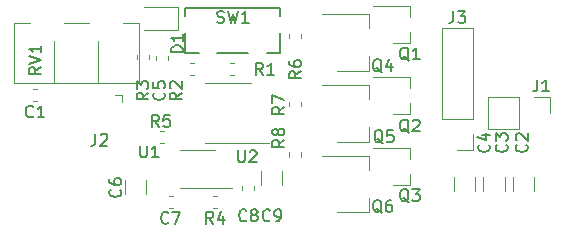
<source format=gbr>
G04 #@! TF.GenerationSoftware,KiCad,Pcbnew,5.1.5+dfsg1-2build2*
G04 #@! TF.CreationDate,2022-02-26T18:56:12+01:00*
G04 #@! TF.ProjectId,RGB_strip_driver,5247425f-7374-4726-9970-5f6472697665,rev?*
G04 #@! TF.SameCoordinates,Original*
G04 #@! TF.FileFunction,Legend,Top*
G04 #@! TF.FilePolarity,Positive*
%FSLAX46Y46*%
G04 Gerber Fmt 4.6, Leading zero omitted, Abs format (unit mm)*
G04 Created by KiCad (PCBNEW 5.1.5+dfsg1-2build2) date 2022-02-26 18:56:12*
%MOMM*%
%LPD*%
G04 APERTURE LIST*
%ADD10C,0.120000*%
%ADD11C,0.152400*%
%ADD12C,0.150000*%
G04 APERTURE END LIST*
D10*
X108120000Y-127920000D02*
X104380000Y-127920000D01*
X107324000Y-122879000D02*
X105175000Y-122879000D01*
X104380000Y-124381000D02*
X104380000Y-127920000D01*
X108120000Y-124381000D02*
X108120000Y-127920000D01*
X107324000Y-122879000D02*
X105175000Y-122879000D01*
X111521000Y-122879000D02*
X110176000Y-122879000D01*
X102325000Y-122879000D02*
X100980000Y-122879000D01*
X111521000Y-127920000D02*
X100980000Y-127920000D01*
X100980000Y-122879000D02*
X100980000Y-127920000D01*
X111521000Y-122879000D02*
X111521000Y-127920000D01*
X102921267Y-128490000D02*
X102578733Y-128490000D01*
X102921267Y-129510000D02*
X102578733Y-129510000D01*
D11*
X115474100Y-123731140D02*
X115474100Y-125379600D01*
X123525900Y-122278260D02*
X123525900Y-121620400D01*
X118181740Y-125379600D02*
X120818260Y-125379600D01*
X122372740Y-125379600D02*
X123525900Y-125379600D01*
X123525900Y-125379600D02*
X123525900Y-123731140D01*
X115474100Y-125379600D02*
X116627260Y-125379600D01*
X115474100Y-121620400D02*
X115474100Y-122278260D01*
X123525900Y-121620400D02*
X115474100Y-121620400D01*
D10*
X125260000Y-134171267D02*
X125260000Y-133828733D01*
X124240000Y-134171267D02*
X124240000Y-133828733D01*
X124240000Y-129578733D02*
X124240000Y-129921267D01*
X125260000Y-129578733D02*
X125260000Y-129921267D01*
X124240000Y-123828733D02*
X124240000Y-124171267D01*
X125260000Y-123828733D02*
X125260000Y-124171267D01*
X113671267Y-133010000D02*
X113328733Y-133010000D01*
X113671267Y-131990000D02*
X113328733Y-131990000D01*
X117828733Y-138510000D02*
X118171267Y-138510000D01*
X117828733Y-137490000D02*
X118171267Y-137490000D01*
X111390000Y-125578733D02*
X111390000Y-125921267D01*
X112410000Y-125578733D02*
X112410000Y-125921267D01*
X116171267Y-126240000D02*
X115828733Y-126240000D01*
X116171267Y-127260000D02*
X115828733Y-127260000D01*
X119228733Y-127260000D02*
X119571267Y-127260000D01*
X119228733Y-126240000D02*
X119571267Y-126240000D01*
X120240000Y-136628733D02*
X120240000Y-136971267D01*
X121260000Y-136628733D02*
X121260000Y-136971267D01*
X114421267Y-137490000D02*
X114078733Y-137490000D01*
X114421267Y-138510000D02*
X114078733Y-138510000D01*
X114010000Y-125971267D02*
X114010000Y-125628733D01*
X112990000Y-125971267D02*
X112990000Y-125628733D01*
X119100000Y-133060000D02*
X122550000Y-133060000D01*
X119100000Y-133060000D02*
X117150000Y-133060000D01*
X119100000Y-127940000D02*
X121050000Y-127940000D01*
X119100000Y-127940000D02*
X117150000Y-127940000D01*
X116500000Y-136860000D02*
X119425000Y-136860000D01*
X116500000Y-136860000D02*
X115000000Y-136860000D01*
X116500000Y-133640000D02*
X118000000Y-133640000D01*
X116500000Y-133640000D02*
X115000000Y-133640000D01*
X131030000Y-134100000D02*
X131030000Y-135300000D01*
X127030000Y-134100000D02*
X131030000Y-134100000D01*
X131030000Y-138900000D02*
X128330000Y-138900000D01*
X131030000Y-137700000D02*
X131030000Y-138900000D01*
X131050000Y-128100000D02*
X131050000Y-129300000D01*
X127050000Y-128100000D02*
X131050000Y-128100000D01*
X131050000Y-132900000D02*
X128350000Y-132900000D01*
X131050000Y-131700000D02*
X131050000Y-132900000D01*
X131030000Y-122100000D02*
X131030000Y-123300000D01*
X127030000Y-122100000D02*
X131030000Y-122100000D01*
X131030000Y-126900000D02*
X128330000Y-126900000D01*
X131030000Y-125700000D02*
X131030000Y-126900000D01*
X134510000Y-136580000D02*
X133050000Y-136580000D01*
X134510000Y-133420000D02*
X131350000Y-133420000D01*
X134510000Y-133420000D02*
X134510000Y-134350000D01*
X134510000Y-136580000D02*
X134510000Y-135650000D01*
X134510000Y-130580000D02*
X133050000Y-130580000D01*
X134510000Y-127420000D02*
X131350000Y-127420000D01*
X134510000Y-127420000D02*
X134510000Y-128350000D01*
X134510000Y-130580000D02*
X134510000Y-129650000D01*
X134510000Y-124580000D02*
X133050000Y-124580000D01*
X134510000Y-121420000D02*
X131350000Y-121420000D01*
X134510000Y-121420000D02*
X134510000Y-122350000D01*
X134510000Y-124580000D02*
X134510000Y-123650000D01*
X139830000Y-133580000D02*
X138500000Y-133580000D01*
X139830000Y-132250000D02*
X139830000Y-133580000D01*
X139830000Y-130980000D02*
X137170000Y-130980000D01*
X137170000Y-130980000D02*
X137170000Y-123300000D01*
X139830000Y-130980000D02*
X139830000Y-123300000D01*
X139830000Y-123300000D02*
X137170000Y-123300000D01*
X109500000Y-128930000D02*
X110135000Y-128930000D01*
X110135000Y-128930000D02*
X110135000Y-129565000D01*
X146330000Y-129170000D02*
X146330000Y-130500000D01*
X145000000Y-129170000D02*
X146330000Y-129170000D01*
X143730000Y-129170000D02*
X143730000Y-131830000D01*
X143730000Y-131830000D02*
X141130000Y-131830000D01*
X143730000Y-129170000D02*
X141130000Y-129170000D01*
X141130000Y-129170000D02*
X141130000Y-131830000D01*
X114860000Y-121540000D02*
X112000000Y-121540000D01*
X114860000Y-123460000D02*
X114860000Y-121540000D01*
X112000000Y-123460000D02*
X114860000Y-123460000D01*
X121840000Y-135397936D02*
X121840000Y-136602064D01*
X123660000Y-135397936D02*
X123660000Y-136602064D01*
X110340000Y-136147936D02*
X110340000Y-137352064D01*
X112160000Y-136147936D02*
X112160000Y-137352064D01*
X140690000Y-135910436D02*
X140690000Y-137114564D01*
X142510000Y-135910436D02*
X142510000Y-137114564D01*
X138190000Y-135897936D02*
X138190000Y-137102064D01*
X140010000Y-135897936D02*
X140010000Y-137102064D01*
X143190000Y-135897936D02*
X143190000Y-137102064D01*
X145010000Y-135897936D02*
X145010000Y-137102064D01*
D12*
X103252380Y-126595238D02*
X102776190Y-126928571D01*
X103252380Y-127166666D02*
X102252380Y-127166666D01*
X102252380Y-126785714D01*
X102300000Y-126690476D01*
X102347619Y-126642857D01*
X102442857Y-126595238D01*
X102585714Y-126595238D01*
X102680952Y-126642857D01*
X102728571Y-126690476D01*
X102776190Y-126785714D01*
X102776190Y-127166666D01*
X102252380Y-126309523D02*
X103252380Y-125976190D01*
X102252380Y-125642857D01*
X103252380Y-124785714D02*
X103252380Y-125357142D01*
X103252380Y-125071428D02*
X102252380Y-125071428D01*
X102395238Y-125166666D01*
X102490476Y-125261904D01*
X102538095Y-125357142D01*
X102583333Y-130757142D02*
X102535714Y-130804761D01*
X102392857Y-130852380D01*
X102297619Y-130852380D01*
X102154761Y-130804761D01*
X102059523Y-130709523D01*
X102011904Y-130614285D01*
X101964285Y-130423809D01*
X101964285Y-130280952D01*
X102011904Y-130090476D01*
X102059523Y-129995238D01*
X102154761Y-129900000D01*
X102297619Y-129852380D01*
X102392857Y-129852380D01*
X102535714Y-129900000D01*
X102583333Y-129947619D01*
X103535714Y-130852380D02*
X102964285Y-130852380D01*
X103250000Y-130852380D02*
X103250000Y-129852380D01*
X103154761Y-129995238D01*
X103059523Y-130090476D01*
X102964285Y-130138095D01*
X118166666Y-122804761D02*
X118309523Y-122852380D01*
X118547619Y-122852380D01*
X118642857Y-122804761D01*
X118690476Y-122757142D01*
X118738095Y-122661904D01*
X118738095Y-122566666D01*
X118690476Y-122471428D01*
X118642857Y-122423809D01*
X118547619Y-122376190D01*
X118357142Y-122328571D01*
X118261904Y-122280952D01*
X118214285Y-122233333D01*
X118166666Y-122138095D01*
X118166666Y-122042857D01*
X118214285Y-121947619D01*
X118261904Y-121900000D01*
X118357142Y-121852380D01*
X118595238Y-121852380D01*
X118738095Y-121900000D01*
X119071428Y-121852380D02*
X119309523Y-122852380D01*
X119500000Y-122138095D01*
X119690476Y-122852380D01*
X119928571Y-121852380D01*
X120833333Y-122852380D02*
X120261904Y-122852380D01*
X120547619Y-122852380D02*
X120547619Y-121852380D01*
X120452380Y-121995238D01*
X120357142Y-122090476D01*
X120261904Y-122138095D01*
X123852380Y-132766666D02*
X123376190Y-133100000D01*
X123852380Y-133338095D02*
X122852380Y-133338095D01*
X122852380Y-132957142D01*
X122900000Y-132861904D01*
X122947619Y-132814285D01*
X123042857Y-132766666D01*
X123185714Y-132766666D01*
X123280952Y-132814285D01*
X123328571Y-132861904D01*
X123376190Y-132957142D01*
X123376190Y-133338095D01*
X123280952Y-132195238D02*
X123233333Y-132290476D01*
X123185714Y-132338095D01*
X123090476Y-132385714D01*
X123042857Y-132385714D01*
X122947619Y-132338095D01*
X122900000Y-132290476D01*
X122852380Y-132195238D01*
X122852380Y-132004761D01*
X122900000Y-131909523D01*
X122947619Y-131861904D01*
X123042857Y-131814285D01*
X123090476Y-131814285D01*
X123185714Y-131861904D01*
X123233333Y-131909523D01*
X123280952Y-132004761D01*
X123280952Y-132195238D01*
X123328571Y-132290476D01*
X123376190Y-132338095D01*
X123471428Y-132385714D01*
X123661904Y-132385714D01*
X123757142Y-132338095D01*
X123804761Y-132290476D01*
X123852380Y-132195238D01*
X123852380Y-132004761D01*
X123804761Y-131909523D01*
X123757142Y-131861904D01*
X123661904Y-131814285D01*
X123471428Y-131814285D01*
X123376190Y-131861904D01*
X123328571Y-131909523D01*
X123280952Y-132004761D01*
X123852380Y-129966666D02*
X123376190Y-130300000D01*
X123852380Y-130538095D02*
X122852380Y-130538095D01*
X122852380Y-130157142D01*
X122900000Y-130061904D01*
X122947619Y-130014285D01*
X123042857Y-129966666D01*
X123185714Y-129966666D01*
X123280952Y-130014285D01*
X123328571Y-130061904D01*
X123376190Y-130157142D01*
X123376190Y-130538095D01*
X122852380Y-129633333D02*
X122852380Y-128966666D01*
X123852380Y-129395238D01*
X125252380Y-126966666D02*
X124776190Y-127300000D01*
X125252380Y-127538095D02*
X124252380Y-127538095D01*
X124252380Y-127157142D01*
X124300000Y-127061904D01*
X124347619Y-127014285D01*
X124442857Y-126966666D01*
X124585714Y-126966666D01*
X124680952Y-127014285D01*
X124728571Y-127061904D01*
X124776190Y-127157142D01*
X124776190Y-127538095D01*
X124252380Y-126109523D02*
X124252380Y-126300000D01*
X124300000Y-126395238D01*
X124347619Y-126442857D01*
X124490476Y-126538095D01*
X124680952Y-126585714D01*
X125061904Y-126585714D01*
X125157142Y-126538095D01*
X125204761Y-126490476D01*
X125252380Y-126395238D01*
X125252380Y-126204761D01*
X125204761Y-126109523D01*
X125157142Y-126061904D01*
X125061904Y-126014285D01*
X124823809Y-126014285D01*
X124728571Y-126061904D01*
X124680952Y-126109523D01*
X124633333Y-126204761D01*
X124633333Y-126395238D01*
X124680952Y-126490476D01*
X124728571Y-126538095D01*
X124823809Y-126585714D01*
X113233333Y-131652380D02*
X112900000Y-131176190D01*
X112661904Y-131652380D02*
X112661904Y-130652380D01*
X113042857Y-130652380D01*
X113138095Y-130700000D01*
X113185714Y-130747619D01*
X113233333Y-130842857D01*
X113233333Y-130985714D01*
X113185714Y-131080952D01*
X113138095Y-131128571D01*
X113042857Y-131176190D01*
X112661904Y-131176190D01*
X114138095Y-130652380D02*
X113661904Y-130652380D01*
X113614285Y-131128571D01*
X113661904Y-131080952D01*
X113757142Y-131033333D01*
X113995238Y-131033333D01*
X114090476Y-131080952D01*
X114138095Y-131128571D01*
X114185714Y-131223809D01*
X114185714Y-131461904D01*
X114138095Y-131557142D01*
X114090476Y-131604761D01*
X113995238Y-131652380D01*
X113757142Y-131652380D01*
X113661904Y-131604761D01*
X113614285Y-131557142D01*
X117833333Y-139852380D02*
X117500000Y-139376190D01*
X117261904Y-139852380D02*
X117261904Y-138852380D01*
X117642857Y-138852380D01*
X117738095Y-138900000D01*
X117785714Y-138947619D01*
X117833333Y-139042857D01*
X117833333Y-139185714D01*
X117785714Y-139280952D01*
X117738095Y-139328571D01*
X117642857Y-139376190D01*
X117261904Y-139376190D01*
X118690476Y-139185714D02*
X118690476Y-139852380D01*
X118452380Y-138804761D02*
X118214285Y-139519047D01*
X118833333Y-139519047D01*
X112352380Y-128766666D02*
X111876190Y-129100000D01*
X112352380Y-129338095D02*
X111352380Y-129338095D01*
X111352380Y-128957142D01*
X111400000Y-128861904D01*
X111447619Y-128814285D01*
X111542857Y-128766666D01*
X111685714Y-128766666D01*
X111780952Y-128814285D01*
X111828571Y-128861904D01*
X111876190Y-128957142D01*
X111876190Y-129338095D01*
X111352380Y-128433333D02*
X111352380Y-127814285D01*
X111733333Y-128147619D01*
X111733333Y-128004761D01*
X111780952Y-127909523D01*
X111828571Y-127861904D01*
X111923809Y-127814285D01*
X112161904Y-127814285D01*
X112257142Y-127861904D01*
X112304761Y-127909523D01*
X112352380Y-128004761D01*
X112352380Y-128290476D01*
X112304761Y-128385714D01*
X112257142Y-128433333D01*
X115152380Y-128766666D02*
X114676190Y-129100000D01*
X115152380Y-129338095D02*
X114152380Y-129338095D01*
X114152380Y-128957142D01*
X114200000Y-128861904D01*
X114247619Y-128814285D01*
X114342857Y-128766666D01*
X114485714Y-128766666D01*
X114580952Y-128814285D01*
X114628571Y-128861904D01*
X114676190Y-128957142D01*
X114676190Y-129338095D01*
X114247619Y-128385714D02*
X114200000Y-128338095D01*
X114152380Y-128242857D01*
X114152380Y-128004761D01*
X114200000Y-127909523D01*
X114247619Y-127861904D01*
X114342857Y-127814285D01*
X114438095Y-127814285D01*
X114580952Y-127861904D01*
X115152380Y-128433333D01*
X115152380Y-127814285D01*
X122033333Y-127252380D02*
X121700000Y-126776190D01*
X121461904Y-127252380D02*
X121461904Y-126252380D01*
X121842857Y-126252380D01*
X121938095Y-126300000D01*
X121985714Y-126347619D01*
X122033333Y-126442857D01*
X122033333Y-126585714D01*
X121985714Y-126680952D01*
X121938095Y-126728571D01*
X121842857Y-126776190D01*
X121461904Y-126776190D01*
X122985714Y-127252380D02*
X122414285Y-127252380D01*
X122700000Y-127252380D02*
X122700000Y-126252380D01*
X122604761Y-126395238D01*
X122509523Y-126490476D01*
X122414285Y-126538095D01*
X120633333Y-139557142D02*
X120585714Y-139604761D01*
X120442857Y-139652380D01*
X120347619Y-139652380D01*
X120204761Y-139604761D01*
X120109523Y-139509523D01*
X120061904Y-139414285D01*
X120014285Y-139223809D01*
X120014285Y-139080952D01*
X120061904Y-138890476D01*
X120109523Y-138795238D01*
X120204761Y-138700000D01*
X120347619Y-138652380D01*
X120442857Y-138652380D01*
X120585714Y-138700000D01*
X120633333Y-138747619D01*
X121204761Y-139080952D02*
X121109523Y-139033333D01*
X121061904Y-138985714D01*
X121014285Y-138890476D01*
X121014285Y-138842857D01*
X121061904Y-138747619D01*
X121109523Y-138700000D01*
X121204761Y-138652380D01*
X121395238Y-138652380D01*
X121490476Y-138700000D01*
X121538095Y-138747619D01*
X121585714Y-138842857D01*
X121585714Y-138890476D01*
X121538095Y-138985714D01*
X121490476Y-139033333D01*
X121395238Y-139080952D01*
X121204761Y-139080952D01*
X121109523Y-139128571D01*
X121061904Y-139176190D01*
X121014285Y-139271428D01*
X121014285Y-139461904D01*
X121061904Y-139557142D01*
X121109523Y-139604761D01*
X121204761Y-139652380D01*
X121395238Y-139652380D01*
X121490476Y-139604761D01*
X121538095Y-139557142D01*
X121585714Y-139461904D01*
X121585714Y-139271428D01*
X121538095Y-139176190D01*
X121490476Y-139128571D01*
X121395238Y-139080952D01*
X114033333Y-139757142D02*
X113985714Y-139804761D01*
X113842857Y-139852380D01*
X113747619Y-139852380D01*
X113604761Y-139804761D01*
X113509523Y-139709523D01*
X113461904Y-139614285D01*
X113414285Y-139423809D01*
X113414285Y-139280952D01*
X113461904Y-139090476D01*
X113509523Y-138995238D01*
X113604761Y-138900000D01*
X113747619Y-138852380D01*
X113842857Y-138852380D01*
X113985714Y-138900000D01*
X114033333Y-138947619D01*
X114366666Y-138852380D02*
X115033333Y-138852380D01*
X114604761Y-139852380D01*
X113657142Y-128766666D02*
X113704761Y-128814285D01*
X113752380Y-128957142D01*
X113752380Y-129052380D01*
X113704761Y-129195238D01*
X113609523Y-129290476D01*
X113514285Y-129338095D01*
X113323809Y-129385714D01*
X113180952Y-129385714D01*
X112990476Y-129338095D01*
X112895238Y-129290476D01*
X112800000Y-129195238D01*
X112752380Y-129052380D01*
X112752380Y-128957142D01*
X112800000Y-128814285D01*
X112847619Y-128766666D01*
X112752380Y-127861904D02*
X112752380Y-128338095D01*
X113228571Y-128385714D01*
X113180952Y-128338095D01*
X113133333Y-128242857D01*
X113133333Y-128004761D01*
X113180952Y-127909523D01*
X113228571Y-127861904D01*
X113323809Y-127814285D01*
X113561904Y-127814285D01*
X113657142Y-127861904D01*
X113704761Y-127909523D01*
X113752380Y-128004761D01*
X113752380Y-128242857D01*
X113704761Y-128338095D01*
X113657142Y-128385714D01*
X119938095Y-133652380D02*
X119938095Y-134461904D01*
X119985714Y-134557142D01*
X120033333Y-134604761D01*
X120128571Y-134652380D01*
X120319047Y-134652380D01*
X120414285Y-134604761D01*
X120461904Y-134557142D01*
X120509523Y-134461904D01*
X120509523Y-133652380D01*
X120938095Y-133747619D02*
X120985714Y-133700000D01*
X121080952Y-133652380D01*
X121319047Y-133652380D01*
X121414285Y-133700000D01*
X121461904Y-133747619D01*
X121509523Y-133842857D01*
X121509523Y-133938095D01*
X121461904Y-134080952D01*
X120890476Y-134652380D01*
X121509523Y-134652380D01*
X111638095Y-133252380D02*
X111638095Y-134061904D01*
X111685714Y-134157142D01*
X111733333Y-134204761D01*
X111828571Y-134252380D01*
X112019047Y-134252380D01*
X112114285Y-134204761D01*
X112161904Y-134157142D01*
X112209523Y-134061904D01*
X112209523Y-133252380D01*
X113209523Y-134252380D02*
X112638095Y-134252380D01*
X112923809Y-134252380D02*
X112923809Y-133252380D01*
X112828571Y-133395238D01*
X112733333Y-133490476D01*
X112638095Y-133538095D01*
X132104761Y-138947619D02*
X132009523Y-138900000D01*
X131914285Y-138804761D01*
X131771428Y-138661904D01*
X131676190Y-138614285D01*
X131580952Y-138614285D01*
X131628571Y-138852380D02*
X131533333Y-138804761D01*
X131438095Y-138709523D01*
X131390476Y-138519047D01*
X131390476Y-138185714D01*
X131438095Y-137995238D01*
X131533333Y-137900000D01*
X131628571Y-137852380D01*
X131819047Y-137852380D01*
X131914285Y-137900000D01*
X132009523Y-137995238D01*
X132057142Y-138185714D01*
X132057142Y-138519047D01*
X132009523Y-138709523D01*
X131914285Y-138804761D01*
X131819047Y-138852380D01*
X131628571Y-138852380D01*
X132914285Y-137852380D02*
X132723809Y-137852380D01*
X132628571Y-137900000D01*
X132580952Y-137947619D01*
X132485714Y-138090476D01*
X132438095Y-138280952D01*
X132438095Y-138661904D01*
X132485714Y-138757142D01*
X132533333Y-138804761D01*
X132628571Y-138852380D01*
X132819047Y-138852380D01*
X132914285Y-138804761D01*
X132961904Y-138757142D01*
X133009523Y-138661904D01*
X133009523Y-138423809D01*
X132961904Y-138328571D01*
X132914285Y-138280952D01*
X132819047Y-138233333D01*
X132628571Y-138233333D01*
X132533333Y-138280952D01*
X132485714Y-138328571D01*
X132438095Y-138423809D01*
X132204761Y-133047619D02*
X132109523Y-133000000D01*
X132014285Y-132904761D01*
X131871428Y-132761904D01*
X131776190Y-132714285D01*
X131680952Y-132714285D01*
X131728571Y-132952380D02*
X131633333Y-132904761D01*
X131538095Y-132809523D01*
X131490476Y-132619047D01*
X131490476Y-132285714D01*
X131538095Y-132095238D01*
X131633333Y-132000000D01*
X131728571Y-131952380D01*
X131919047Y-131952380D01*
X132014285Y-132000000D01*
X132109523Y-132095238D01*
X132157142Y-132285714D01*
X132157142Y-132619047D01*
X132109523Y-132809523D01*
X132014285Y-132904761D01*
X131919047Y-132952380D01*
X131728571Y-132952380D01*
X133061904Y-131952380D02*
X132585714Y-131952380D01*
X132538095Y-132428571D01*
X132585714Y-132380952D01*
X132680952Y-132333333D01*
X132919047Y-132333333D01*
X133014285Y-132380952D01*
X133061904Y-132428571D01*
X133109523Y-132523809D01*
X133109523Y-132761904D01*
X133061904Y-132857142D01*
X133014285Y-132904761D01*
X132919047Y-132952380D01*
X132680952Y-132952380D01*
X132585714Y-132904761D01*
X132538095Y-132857142D01*
X132104761Y-127047619D02*
X132009523Y-127000000D01*
X131914285Y-126904761D01*
X131771428Y-126761904D01*
X131676190Y-126714285D01*
X131580952Y-126714285D01*
X131628571Y-126952380D02*
X131533333Y-126904761D01*
X131438095Y-126809523D01*
X131390476Y-126619047D01*
X131390476Y-126285714D01*
X131438095Y-126095238D01*
X131533333Y-126000000D01*
X131628571Y-125952380D01*
X131819047Y-125952380D01*
X131914285Y-126000000D01*
X132009523Y-126095238D01*
X132057142Y-126285714D01*
X132057142Y-126619047D01*
X132009523Y-126809523D01*
X131914285Y-126904761D01*
X131819047Y-126952380D01*
X131628571Y-126952380D01*
X132914285Y-126285714D02*
X132914285Y-126952380D01*
X132676190Y-125904761D02*
X132438095Y-126619047D01*
X133057142Y-126619047D01*
X134404761Y-138047619D02*
X134309523Y-138000000D01*
X134214285Y-137904761D01*
X134071428Y-137761904D01*
X133976190Y-137714285D01*
X133880952Y-137714285D01*
X133928571Y-137952380D02*
X133833333Y-137904761D01*
X133738095Y-137809523D01*
X133690476Y-137619047D01*
X133690476Y-137285714D01*
X133738095Y-137095238D01*
X133833333Y-137000000D01*
X133928571Y-136952380D01*
X134119047Y-136952380D01*
X134214285Y-137000000D01*
X134309523Y-137095238D01*
X134357142Y-137285714D01*
X134357142Y-137619047D01*
X134309523Y-137809523D01*
X134214285Y-137904761D01*
X134119047Y-137952380D01*
X133928571Y-137952380D01*
X134690476Y-136952380D02*
X135309523Y-136952380D01*
X134976190Y-137333333D01*
X135119047Y-137333333D01*
X135214285Y-137380952D01*
X135261904Y-137428571D01*
X135309523Y-137523809D01*
X135309523Y-137761904D01*
X135261904Y-137857142D01*
X135214285Y-137904761D01*
X135119047Y-137952380D01*
X134833333Y-137952380D01*
X134738095Y-137904761D01*
X134690476Y-137857142D01*
X134404761Y-132147619D02*
X134309523Y-132100000D01*
X134214285Y-132004761D01*
X134071428Y-131861904D01*
X133976190Y-131814285D01*
X133880952Y-131814285D01*
X133928571Y-132052380D02*
X133833333Y-132004761D01*
X133738095Y-131909523D01*
X133690476Y-131719047D01*
X133690476Y-131385714D01*
X133738095Y-131195238D01*
X133833333Y-131100000D01*
X133928571Y-131052380D01*
X134119047Y-131052380D01*
X134214285Y-131100000D01*
X134309523Y-131195238D01*
X134357142Y-131385714D01*
X134357142Y-131719047D01*
X134309523Y-131909523D01*
X134214285Y-132004761D01*
X134119047Y-132052380D01*
X133928571Y-132052380D01*
X134738095Y-131147619D02*
X134785714Y-131100000D01*
X134880952Y-131052380D01*
X135119047Y-131052380D01*
X135214285Y-131100000D01*
X135261904Y-131147619D01*
X135309523Y-131242857D01*
X135309523Y-131338095D01*
X135261904Y-131480952D01*
X134690476Y-132052380D01*
X135309523Y-132052380D01*
X134404761Y-126047619D02*
X134309523Y-126000000D01*
X134214285Y-125904761D01*
X134071428Y-125761904D01*
X133976190Y-125714285D01*
X133880952Y-125714285D01*
X133928571Y-125952380D02*
X133833333Y-125904761D01*
X133738095Y-125809523D01*
X133690476Y-125619047D01*
X133690476Y-125285714D01*
X133738095Y-125095238D01*
X133833333Y-125000000D01*
X133928571Y-124952380D01*
X134119047Y-124952380D01*
X134214285Y-125000000D01*
X134309523Y-125095238D01*
X134357142Y-125285714D01*
X134357142Y-125619047D01*
X134309523Y-125809523D01*
X134214285Y-125904761D01*
X134119047Y-125952380D01*
X133928571Y-125952380D01*
X135309523Y-125952380D02*
X134738095Y-125952380D01*
X135023809Y-125952380D02*
X135023809Y-124952380D01*
X134928571Y-125095238D01*
X134833333Y-125190476D01*
X134738095Y-125238095D01*
X138166666Y-121852380D02*
X138166666Y-122566666D01*
X138119047Y-122709523D01*
X138023809Y-122804761D01*
X137880952Y-122852380D01*
X137785714Y-122852380D01*
X138547619Y-121852380D02*
X139166666Y-121852380D01*
X138833333Y-122233333D01*
X138976190Y-122233333D01*
X139071428Y-122280952D01*
X139119047Y-122328571D01*
X139166666Y-122423809D01*
X139166666Y-122661904D01*
X139119047Y-122757142D01*
X139071428Y-122804761D01*
X138976190Y-122852380D01*
X138690476Y-122852380D01*
X138595238Y-122804761D01*
X138547619Y-122757142D01*
X107866666Y-132252380D02*
X107866666Y-132966666D01*
X107819047Y-133109523D01*
X107723809Y-133204761D01*
X107580952Y-133252380D01*
X107485714Y-133252380D01*
X108295238Y-132347619D02*
X108342857Y-132300000D01*
X108438095Y-132252380D01*
X108676190Y-132252380D01*
X108771428Y-132300000D01*
X108819047Y-132347619D01*
X108866666Y-132442857D01*
X108866666Y-132538095D01*
X108819047Y-132680952D01*
X108247619Y-133252380D01*
X108866666Y-133252380D01*
X145266666Y-127652380D02*
X145266666Y-128366666D01*
X145219047Y-128509523D01*
X145123809Y-128604761D01*
X144980952Y-128652380D01*
X144885714Y-128652380D01*
X146266666Y-128652380D02*
X145695238Y-128652380D01*
X145980952Y-128652380D02*
X145980952Y-127652380D01*
X145885714Y-127795238D01*
X145790476Y-127890476D01*
X145695238Y-127938095D01*
X115252380Y-125338095D02*
X114252380Y-125338095D01*
X114252380Y-125100000D01*
X114300000Y-124957142D01*
X114395238Y-124861904D01*
X114490476Y-124814285D01*
X114680952Y-124766666D01*
X114823809Y-124766666D01*
X115014285Y-124814285D01*
X115109523Y-124861904D01*
X115204761Y-124957142D01*
X115252380Y-125100000D01*
X115252380Y-125338095D01*
X115252380Y-123814285D02*
X115252380Y-124385714D01*
X115252380Y-124100000D02*
X114252380Y-124100000D01*
X114395238Y-124195238D01*
X114490476Y-124290476D01*
X114538095Y-124385714D01*
X122633333Y-139557142D02*
X122585714Y-139604761D01*
X122442857Y-139652380D01*
X122347619Y-139652380D01*
X122204761Y-139604761D01*
X122109523Y-139509523D01*
X122061904Y-139414285D01*
X122014285Y-139223809D01*
X122014285Y-139080952D01*
X122061904Y-138890476D01*
X122109523Y-138795238D01*
X122204761Y-138700000D01*
X122347619Y-138652380D01*
X122442857Y-138652380D01*
X122585714Y-138700000D01*
X122633333Y-138747619D01*
X123109523Y-139652380D02*
X123300000Y-139652380D01*
X123395238Y-139604761D01*
X123442857Y-139557142D01*
X123538095Y-139414285D01*
X123585714Y-139223809D01*
X123585714Y-138842857D01*
X123538095Y-138747619D01*
X123490476Y-138700000D01*
X123395238Y-138652380D01*
X123204761Y-138652380D01*
X123109523Y-138700000D01*
X123061904Y-138747619D01*
X123014285Y-138842857D01*
X123014285Y-139080952D01*
X123061904Y-139176190D01*
X123109523Y-139223809D01*
X123204761Y-139271428D01*
X123395238Y-139271428D01*
X123490476Y-139223809D01*
X123538095Y-139176190D01*
X123585714Y-139080952D01*
X109957142Y-136966666D02*
X110004761Y-137014285D01*
X110052380Y-137157142D01*
X110052380Y-137252380D01*
X110004761Y-137395238D01*
X109909523Y-137490476D01*
X109814285Y-137538095D01*
X109623809Y-137585714D01*
X109480952Y-137585714D01*
X109290476Y-137538095D01*
X109195238Y-137490476D01*
X109100000Y-137395238D01*
X109052380Y-137252380D01*
X109052380Y-137157142D01*
X109100000Y-137014285D01*
X109147619Y-136966666D01*
X109052380Y-136109523D02*
X109052380Y-136300000D01*
X109100000Y-136395238D01*
X109147619Y-136442857D01*
X109290476Y-136538095D01*
X109480952Y-136585714D01*
X109861904Y-136585714D01*
X109957142Y-136538095D01*
X110004761Y-136490476D01*
X110052380Y-136395238D01*
X110052380Y-136204761D01*
X110004761Y-136109523D01*
X109957142Y-136061904D01*
X109861904Y-136014285D01*
X109623809Y-136014285D01*
X109528571Y-136061904D01*
X109480952Y-136109523D01*
X109433333Y-136204761D01*
X109433333Y-136395238D01*
X109480952Y-136490476D01*
X109528571Y-136538095D01*
X109623809Y-136585714D01*
X142657142Y-133166666D02*
X142704761Y-133214285D01*
X142752380Y-133357142D01*
X142752380Y-133452380D01*
X142704761Y-133595238D01*
X142609523Y-133690476D01*
X142514285Y-133738095D01*
X142323809Y-133785714D01*
X142180952Y-133785714D01*
X141990476Y-133738095D01*
X141895238Y-133690476D01*
X141800000Y-133595238D01*
X141752380Y-133452380D01*
X141752380Y-133357142D01*
X141800000Y-133214285D01*
X141847619Y-133166666D01*
X141752380Y-132833333D02*
X141752380Y-132214285D01*
X142133333Y-132547619D01*
X142133333Y-132404761D01*
X142180952Y-132309523D01*
X142228571Y-132261904D01*
X142323809Y-132214285D01*
X142561904Y-132214285D01*
X142657142Y-132261904D01*
X142704761Y-132309523D01*
X142752380Y-132404761D01*
X142752380Y-132690476D01*
X142704761Y-132785714D01*
X142657142Y-132833333D01*
X141157142Y-133166666D02*
X141204761Y-133214285D01*
X141252380Y-133357142D01*
X141252380Y-133452380D01*
X141204761Y-133595238D01*
X141109523Y-133690476D01*
X141014285Y-133738095D01*
X140823809Y-133785714D01*
X140680952Y-133785714D01*
X140490476Y-133738095D01*
X140395238Y-133690476D01*
X140300000Y-133595238D01*
X140252380Y-133452380D01*
X140252380Y-133357142D01*
X140300000Y-133214285D01*
X140347619Y-133166666D01*
X140585714Y-132309523D02*
X141252380Y-132309523D01*
X140204761Y-132547619D02*
X140919047Y-132785714D01*
X140919047Y-132166666D01*
X144357142Y-133166666D02*
X144404761Y-133214285D01*
X144452380Y-133357142D01*
X144452380Y-133452380D01*
X144404761Y-133595238D01*
X144309523Y-133690476D01*
X144214285Y-133738095D01*
X144023809Y-133785714D01*
X143880952Y-133785714D01*
X143690476Y-133738095D01*
X143595238Y-133690476D01*
X143500000Y-133595238D01*
X143452380Y-133452380D01*
X143452380Y-133357142D01*
X143500000Y-133214285D01*
X143547619Y-133166666D01*
X143547619Y-132785714D02*
X143500000Y-132738095D01*
X143452380Y-132642857D01*
X143452380Y-132404761D01*
X143500000Y-132309523D01*
X143547619Y-132261904D01*
X143642857Y-132214285D01*
X143738095Y-132214285D01*
X143880952Y-132261904D01*
X144452380Y-132833333D01*
X144452380Y-132214285D01*
M02*

</source>
